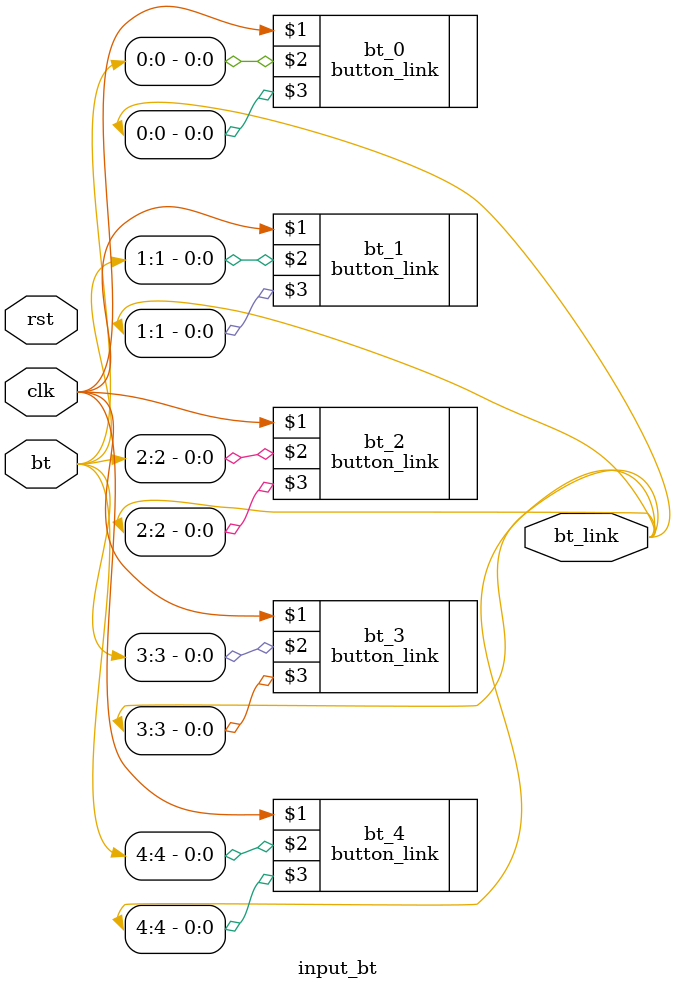
<source format=v>
`timescale 1ns / 1ps

module input_bt(
    input clk, rst,
    input[4:0] bt,
    output[4:0] bt_link
    );
    button_link bt_0(clk, bt[0], bt_link[0]);
    button_link bt_1(clk, bt[1], bt_link[1]);
    button_link bt_2(clk, bt[2], bt_link[2]);
    button_link bt_3(clk, bt[3], bt_link[3]);
    button_link bt_4(clk, bt[4], bt_link[4]);
endmodule

</source>
